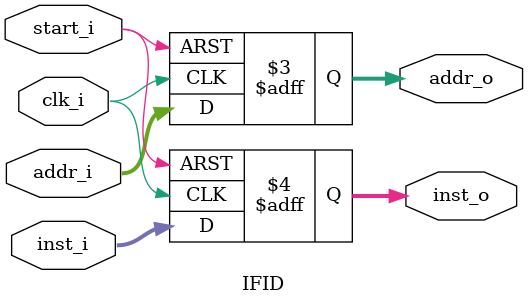
<source format=v>
module IFID (clk_i, start_i, addr_i, inst_i, addr_o, inst_o);

input clk_i, start_i;
input [4:0] addr_i, inst_i;
output [4:0] addr_o, inst_o;
reg [4:0] addr_o, inst_o;

always @ ( posedge clk_i or negedge start_i) begin
  if (~start_i) begin
    addr_o <= 0;
    inst_o <= 0;
  end
  else begin
    addr_o <= addr_i;
    inst_o <= inst_i;
  end
end
endmodule

</source>
